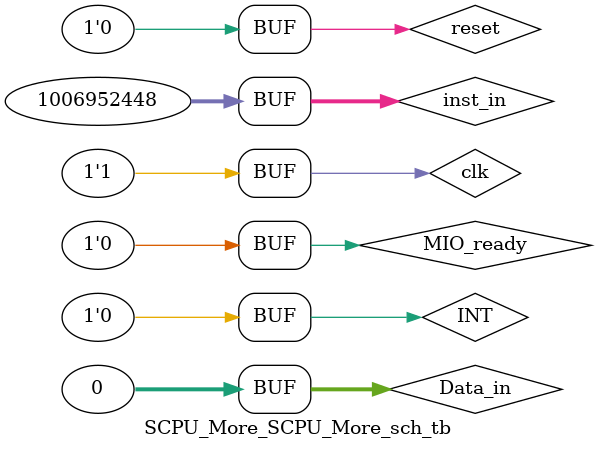
<source format=v>

`timescale 1ns / 1ps

module SCPU_More_SCPU_More_sch_tb();

// Inputs
   reg MIO_ready;
   reg INT;
   reg clk;
   reg reset;
   reg [31:0] Data_in;
   reg [31:0] inst_in;

// Output
   wire [31:0] Data_out;
   wire [31:0] Addr_out;
   wire [31:0] PC_out;
   wire CPU_MIO;
   wire mem_w;

// Bidirs

// Instantiate the UUT
   SCPU_More UUT (
		.Data_out(Data_out), 
		.Addr_out(Addr_out), 
		.PC_out(PC_out), 
		.MIO_ready(MIO_ready), 
		.INT(INT), 
		.clk(clk), 
		.reset(reset), 
		.Data_in(Data_in), 
		.inst_in(inst_in), 
		.CPU_MIO(CPU_MIO), 
		.mem_w(mem_w)
   );
// Initialize Inputs
   
    initial begin
	    MIO_ready = 0;
		INT = 0;
		reset = 1;
		Data_in = 0;
		inst_in = 0;
		#20;
		reset=0;
		
		inst_in=32'h3c03f000;#20;
		inst_in=32'h3c04e000;#20;
		
		
    end
	always begin
	    clk=0;#10;
		clk=1;#10;
	end
endmodule

</source>
